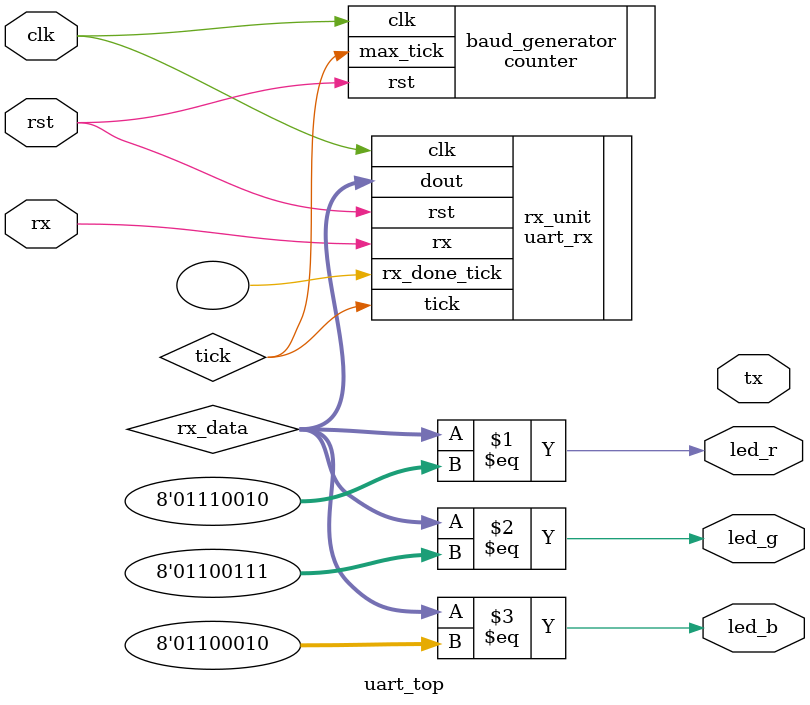
<source format=sv>
`define BAUD 19200
`define OVERSAMPLE 16
`define CLK_MHZ 48

module uart_top
    (
        input logic clk,
        input logic rst,

        output logic led_r,
        output logic led_g,
        output logic led_b,

        input logic rx,
        output logic tx
    );

    logic tick;

    // baud rate of 19200 oversampled 16x on our CLK_MHZ clock:
    // TODO: localparam div = ...;
    localparam div = (`CLK_MHZ * 1_000_000) / (`BAUD * `OVERSAMPLE);

    counter #(.M(div)) baud_generator (
        .clk, .rst(rst),
        .max_tick(tick)
    );

    logic [7:0] rx_data;

    uart_rx rx_unit (
        .clk, .rst(rst),
        .rx(rx), .tick(tick),
        .rx_done_tick(), .dout(rx_data)
    );

    assign led_r = rx_data == 8'd114; // lowercase 'r'
    assign led_g = rx_data == 8'd103; // lowercase 'g'
    assign led_b = rx_data == 8'd98;  // lowercase 'b'
endmodule

</source>
